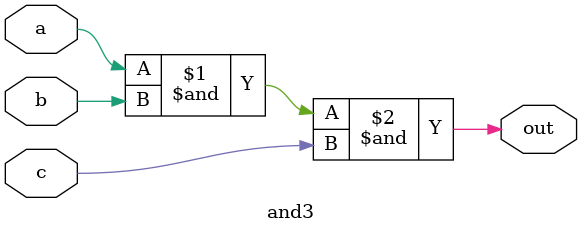
<source format=v>
`timescale 1ns/10ps

module and3(a, b, c, out);

input a, b, c;
output out;

assign #10 out = a & b & c;

endmodule

</source>
